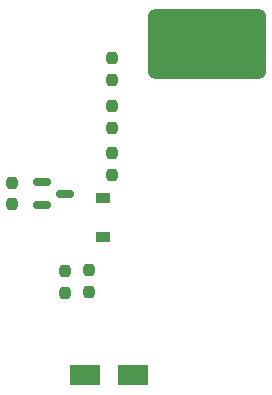
<source format=gtp>
%TF.GenerationSoftware,KiCad,Pcbnew,(6.0.5)*%
%TF.CreationDate,2022-08-02T11:04:15-06:00*%
%TF.ProjectId,fet_stress_test,6665745f-7374-4726-9573-735f74657374,rev?*%
%TF.SameCoordinates,Original*%
%TF.FileFunction,Paste,Top*%
%TF.FilePolarity,Positive*%
%FSLAX46Y46*%
G04 Gerber Fmt 4.6, Leading zero omitted, Abs format (unit mm)*
G04 Created by KiCad (PCBNEW (6.0.5)) date 2022-08-02 11:04:15*
%MOMM*%
%LPD*%
G01*
G04 APERTURE LIST*
G04 Aperture macros list*
%AMRoundRect*
0 Rectangle with rounded corners*
0 $1 Rounding radius*
0 $2 $3 $4 $5 $6 $7 $8 $9 X,Y pos of 4 corners*
0 Add a 4 corners polygon primitive as box body*
4,1,4,$2,$3,$4,$5,$6,$7,$8,$9,$2,$3,0*
0 Add four circle primitives for the rounded corners*
1,1,$1+$1,$2,$3*
1,1,$1+$1,$4,$5*
1,1,$1+$1,$6,$7*
1,1,$1+$1,$8,$9*
0 Add four rect primitives between the rounded corners*
20,1,$1+$1,$2,$3,$4,$5,0*
20,1,$1+$1,$4,$5,$6,$7,0*
20,1,$1+$1,$6,$7,$8,$9,0*
20,1,$1+$1,$8,$9,$2,$3,0*%
G04 Aperture macros list end*
%ADD10R,1.200000X0.900000*%
%ADD11R,2.500000X1.800000*%
%ADD12RoundRect,0.705882X-4.294118X-2.294118X4.294118X-2.294118X4.294118X2.294118X-4.294118X2.294118X0*%
%ADD13RoundRect,0.237500X-0.237500X0.250000X-0.237500X-0.250000X0.237500X-0.250000X0.237500X0.250000X0*%
%ADD14RoundRect,0.237500X0.237500X-0.250000X0.237500X0.250000X-0.237500X0.250000X-0.237500X-0.250000X0*%
%ADD15RoundRect,0.150000X-0.587500X-0.150000X0.587500X-0.150000X0.587500X0.150000X-0.587500X0.150000X0*%
G04 APERTURE END LIST*
D10*
%TO.C,D2*%
X118550000Y-99050000D03*
X118550000Y-95750000D03*
%TD*%
D11*
%TO.C,D3*%
X121100000Y-110700000D03*
X117100000Y-110700000D03*
%TD*%
D12*
%TO.C,Q2*%
X127350000Y-82700000D03*
%TD*%
D13*
%TO.C,R6*%
X115390000Y-101937500D03*
X115390000Y-103762500D03*
%TD*%
D14*
%TO.C,R3*%
X119390000Y-85687500D03*
X119390000Y-83862500D03*
%TD*%
%TO.C,R5*%
X117390000Y-103675000D03*
X117390000Y-101850000D03*
%TD*%
D15*
%TO.C,Q1*%
X113452500Y-94400000D03*
X113452500Y-96300000D03*
X115327500Y-95350000D03*
%TD*%
D13*
%TO.C,R1*%
X110890000Y-94437500D03*
X110890000Y-96262500D03*
%TD*%
D14*
%TO.C,R2*%
X119390000Y-89762500D03*
X119390000Y-87937500D03*
%TD*%
D13*
%TO.C,R4*%
X119390000Y-91937500D03*
X119390000Y-93762500D03*
%TD*%
M02*

</source>
